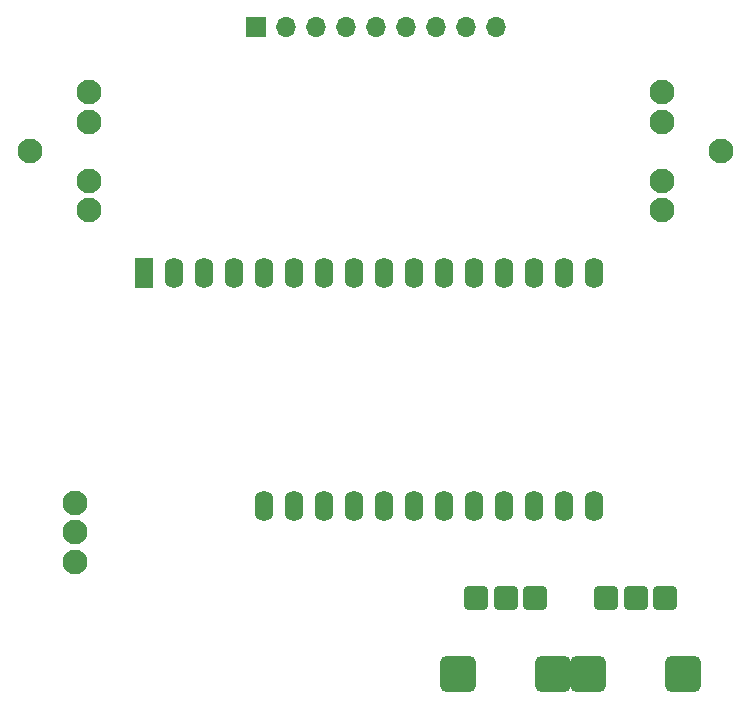
<source format=gbs>
G04 #@! TF.GenerationSoftware,KiCad,Pcbnew,9.0.0*
G04 #@! TF.CreationDate,2025-07-26T10:23:47-04:00*
G04 #@! TF.ProjectId,POVideo V2,504f5669-6465-46f2-9056-322e6b696361,rev?*
G04 #@! TF.SameCoordinates,Original*
G04 #@! TF.FileFunction,Soldermask,Bot*
G04 #@! TF.FilePolarity,Negative*
%FSLAX46Y46*%
G04 Gerber Fmt 4.6, Leading zero omitted, Abs format (unit mm)*
G04 Created by KiCad (PCBNEW 9.0.0) date 2025-07-26 10:23:47*
%MOMM*%
%LPD*%
G01*
G04 APERTURE LIST*
G04 Aperture macros list*
%AMRoundRect*
0 Rectangle with rounded corners*
0 $1 Rounding radius*
0 $2 $3 $4 $5 $6 $7 $8 $9 X,Y pos of 4 corners*
0 Add a 4 corners polygon primitive as box body*
4,1,4,$2,$3,$4,$5,$6,$7,$8,$9,$2,$3,0*
0 Add four circle primitives for the rounded corners*
1,1,$1+$1,$2,$3*
1,1,$1+$1,$4,$5*
1,1,$1+$1,$6,$7*
1,1,$1+$1,$8,$9*
0 Add four rect primitives between the rounded corners*
20,1,$1+$1,$2,$3,$4,$5,0*
20,1,$1+$1,$4,$5,$6,$7,0*
20,1,$1+$1,$6,$7,$8,$9,0*
20,1,$1+$1,$8,$9,$2,$3,0*%
G04 Aperture macros list end*
%ADD10RoundRect,0.250000X-0.550000X1.050000X-0.550000X-1.050000X0.550000X-1.050000X0.550000X1.050000X0*%
%ADD11O,1.600000X2.600000*%
%ADD12RoundRect,0.450000X1.050000X1.050000X-1.050000X1.050000X-1.050000X-1.050000X1.050000X-1.050000X0*%
%ADD13RoundRect,0.300000X0.700000X0.700000X-0.700000X0.700000X-0.700000X-0.700000X0.700000X-0.700000X0*%
%ADD14R,1.700000X1.700000*%
%ADD15O,1.700000X1.700000*%
%ADD16C,2.100000*%
G04 APERTURE END LIST*
D10*
X155400000Y-78300000D03*
D11*
X157940000Y-78300000D03*
X160480000Y-78300000D03*
X163020000Y-78300000D03*
X165560000Y-78300000D03*
X168100000Y-78300000D03*
X170640000Y-78300000D03*
X173180000Y-78300000D03*
X175720000Y-78300000D03*
X178260000Y-78300000D03*
X180800000Y-78300000D03*
X183340000Y-78300000D03*
X185880000Y-78300000D03*
X188420000Y-78300000D03*
X190960000Y-78300000D03*
X193500000Y-78300000D03*
X193500000Y-98020000D03*
X190960000Y-98020000D03*
X188420000Y-98020000D03*
X185880000Y-98020000D03*
X183340000Y-98020000D03*
X180800000Y-98020000D03*
X178260000Y-98020000D03*
X175720000Y-98020000D03*
X173180000Y-98020000D03*
X170640000Y-98020000D03*
X168100000Y-98020000D03*
X165560000Y-98020000D03*
D12*
X182000000Y-112300000D03*
X190000000Y-112300000D03*
D13*
X183500000Y-105800000D03*
X186000000Y-105800000D03*
X188500000Y-105800000D03*
X199500000Y-105800000D03*
X197000000Y-105800000D03*
X194500000Y-105800000D03*
D12*
X201000000Y-112300000D03*
X193000000Y-112300000D03*
D14*
X164850000Y-57500000D03*
D15*
X167390000Y-57500000D03*
X169930000Y-57500000D03*
X172470000Y-57500000D03*
X175000000Y-57500000D03*
X177550000Y-57500000D03*
X180090000Y-57500000D03*
X182630000Y-57500000D03*
X185170000Y-57500000D03*
D16*
X149550000Y-97750000D03*
X149550000Y-100250000D03*
X149550000Y-102750000D03*
X199250000Y-63000000D03*
X199250000Y-65500000D03*
X204250000Y-68000000D03*
X199250000Y-70500000D03*
X199250000Y-73000000D03*
X150750000Y-73000000D03*
X150750000Y-70500000D03*
X145750000Y-68000000D03*
X150750000Y-65500000D03*
X150750000Y-63000000D03*
M02*

</source>
